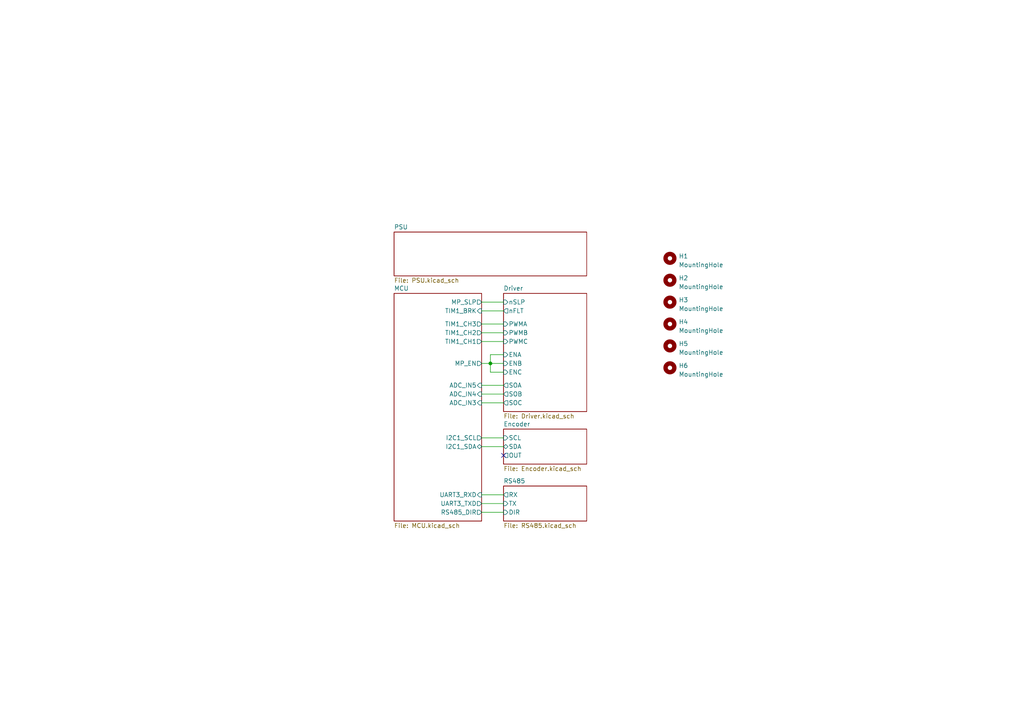
<source format=kicad_sch>
(kicad_sch (version 20230121) (generator eeschema)
  (paper "A4")
  (title_block (title "cwFOC") (date "2023-03-19") (rev "1.0") (company "Akako Science & Industry") (comment 1 "赤紫绮") (comment 2 "赤紫绮") (comment 3 "赤紫绮"))
  (lib_symbols
    (symbol "Mechanical:MountingHole" (pin_names (offset 1.016))
      (property "Reference" "H" (at 0 5.08 0))
      (property "Value" "MountingHole" (at 0 3.175 0))
      (symbol "MountingHole_0_1"
        (circle (center 0 0) (radius 1.27) (stroke (width 1.27)))
      )
    )
  )
  (junction (at 142.24 105.41))
  (no_connect (at 146.05 132.08))
  (wire (pts (xy 139.7 87.63) (xy 146.05 87.63)))
  (wire (pts (xy 139.7 99.06) (xy 146.05 99.06)))
  (wire (pts (xy 139.7 93.98) (xy 146.05 93.98)))
  (wire (pts (xy 139.7 148.59) (xy 146.05 148.59)))
  (wire (pts (xy 139.7 90.17) (xy 146.05 90.17)))
  (wire (pts (xy 139.7 146.05) (xy 146.05 146.05)))
  (wire (pts (xy 142.24 105.41) (xy 146.05 105.41)))
  (wire (pts (xy 139.7 129.54) (xy 146.05 129.54)))
  (wire (pts (xy 139.7 143.51) (xy 146.05 143.51)))
  (wire (pts (xy 142.24 102.87) (xy 142.24 105.41)))
  (wire (pts (xy 139.7 127) (xy 146.05 127)))
  (wire (pts (xy 146.05 107.95) (xy 142.24 107.95)))
  (wire (pts (xy 139.7 96.52) (xy 146.05 96.52)))
  (wire (pts (xy 146.05 102.87) (xy 142.24 102.87)))
  (wire (pts (xy 139.7 116.84) (xy 146.05 116.84)))
  (wire (pts (xy 139.7 111.76) (xy 146.05 111.76)))
  (wire (pts (xy 142.24 105.41) (xy 139.7 105.41)))
  (wire (pts (xy 139.7 114.3) (xy 146.05 114.3)))
  (wire (pts (xy 142.24 107.95) (xy 142.24 105.41)))
  (symbol (lib_id "Mechanical:MountingHole") (at 194.31 106.68 0) (unit 1)
    (property "Reference" "H6" (at 196.85 106.045 0) (effects (justify left)))
    (property "Value" "MountingHole" (at 196.85 108.585 0) (effects (justify left)))
    (property "Footprint" "myLib:MountingHole_2.2mm_M2" (effects hide))
  )
  (symbol (lib_id "Mechanical:MountingHole") (at 194.31 100.33 0) (unit 1)
    (property "Reference" "H5" (at 196.85 99.695 0) (effects (justify left)))
    (property "Value" "MountingHole" (at 196.85 102.235 0) (effects (justify left)))
    (property "Footprint" "myLib:MountingHole_2.2mm_M2" (effects hide))
  )
  (symbol (lib_id "Mechanical:MountingHole") (at 194.31 74.93 0) (unit 1)
    (property "Reference" "H1" (at 196.85 74.295 0) (effects (justify left)))
    (property "Value" "MountingHole" (at 196.85 76.835 0) (effects (justify left)))
    (property "Footprint" "myLib:MountingHole_2.2mm_M2" (effects hide))
  )
  (symbol (lib_id "Mechanical:MountingHole") (at 194.31 87.63 0) (unit 1)
    (property "Reference" "H3" (at 196.85 86.995 0) (effects (justify left)))
    (property "Value" "MountingHole" (at 196.85 89.535 0) (effects (justify left)))
    (property "Footprint" "myLib:MountingHole_2.2mm_M2" (effects hide))
  )
  (symbol (lib_id "Mechanical:MountingHole") (at 194.31 93.98 0) (unit 1)
    (property "Reference" "H4" (at 196.85 93.345 0) (effects (justify left)))
    (property "Value" "MountingHole" (at 196.85 95.885 0) (effects (justify left)))
    (property "Footprint" "myLib:MountingHole_2.2mm_M2" (effects hide))
  )
  (symbol (lib_id "Mechanical:MountingHole") (at 194.31 81.28 0) (unit 1)
    (property "Reference" "H2" (at 196.85 80.645 0) (effects (justify left)))
    (property "Value" "MountingHole" (at 196.85 83.185 0) (effects (justify left)))
    (property "Footprint" "myLib:MountingHole_2.2mm_M2" (effects hide))
  )
  (sheet (at 114.3 85.09) (size 25.4 66.04) (stroke (width 0.1524))
    (property "Sheetname" "MCU" (at 114.3 84.3784 0) (effects (justify left bottom)))
    (property "Sheetfile" "MCU.kicad_sch" (at 114.3 151.7146 0) (effects (justify left top)))
    (pin "I2C1_SDA" bidirectional (at 139.7 129.54 0))
    (pin "I2C1_SCL" output (at 139.7 127 0))
    (pin "TIM1_BRK" input (at 139.7 90.17 0))
    (pin "TIM1_CH1" output (at 139.7 99.06 0))
    (pin "TIM1_CH3" output (at 139.7 93.98 0))
    (pin "TIM1_CH2" output (at 139.7 96.52 0))
    (pin "MP_EN" output (at 139.7 105.41 0))
    (pin "MP_SLP" output (at 139.7 87.63 0))
    (pin "RS485_DIR" output (at 139.7 148.59 0))
    (pin "ADC_IN3" input (at 139.7 116.84 0))
    (pin "ADC_IN4" input (at 139.7 114.3 0))
    (pin "ADC_IN5" input (at 139.7 111.76 0))
    (pin "UART3_TXD" output (at 139.7 146.05 0))
    (pin "UART3_RXD" input (at 139.7 143.51 0))
  )
  (sheet (at 146.05 140.97) (size 24.13 10.16) (stroke (width 0.1524))
    (property "Sheetname" "RS485" (at 146.05 140.2584 0) (effects (justify left bottom)))
    (property "Sheetfile" "RS485.kicad_sch" (at 146.05 151.7146 0) (effects (justify left top)))
    (pin "RX" output (at 146.05 143.51 180))
    (pin "TX" input (at 146.05 146.05 180))
    (pin "DIR" input (at 146.05 148.59 180))
  )
  (sheet (at 114.3 67.31) (size 55.88 12.7) (stroke (width 0.1524))
    (property "Sheetname" "PSU" (at 114.3 66.5984 0) (effects (justify left bottom)))
    (property "Sheetfile" "PSU.kicad_sch" (at 114.3 80.5946 0) (effects (justify left top)))
  )
  (sheet (at 146.05 85.09) (size 24.13 34.29) (stroke (width 0.1524))
    (property "Sheetname" "Driver" (at 146.05 84.3784 0) (effects (justify left bottom)))
    (property "Sheetfile" "Driver.kicad_sch" (at 146.05 119.9646 0) (effects (justify left top)))
    (pin "PWMB" input (at 146.05 96.52 180))
    (pin "PWMC" input (at 146.05 99.06 180))
    (pin "SOA" output (at 146.05 111.76 180))
    (pin "SOB" output (at 146.05 114.3 180))
    (pin "SOC" output (at 146.05 116.84 180))
    (pin "PWMA" input (at 146.05 93.98 180))
    (pin "nSLP" input (at 146.05 87.63 180))
    (pin "nFLT" output (at 146.05 90.17 180))
    (pin "ENB" input (at 146.05 105.41 180))
    (pin "ENC" input (at 146.05 107.95 180))
    (pin "ENA" input (at 146.05 102.87 180))
  )
  (sheet (at 146.05 124.46) (size 24.13 10.16) (stroke (width 0.1524))
    (property "Sheetname" "Encoder" (at 146.05 123.7484 0) (effects (justify left bottom)))
    (property "Sheetfile" "Encoder.kicad_sch" (at 146.05 135.2046 0) (effects (justify left top)))
    (pin "OUT" output (at 146.05 132.08 180))
    (pin "SCL" input (at 146.05 127 180))
    (pin "SDA" bidirectional (at 146.05 129.54 180))
  )
)
</source>
